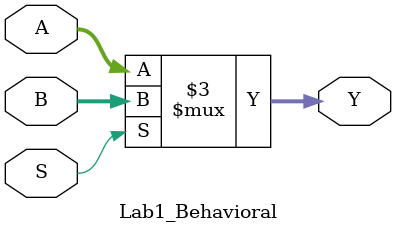
<source format=v>
`timescale 1ns / 1ps


module Lab1_Behavioral(A, B, S, Y);
    input [1:0] A, B; 
    input S;
    output reg [1:0] Y;
    
    always @ (A or B or S)
    begin
        if (S)
        Y = B;    
        else
        Y = A;
    end
endmodule

</source>
